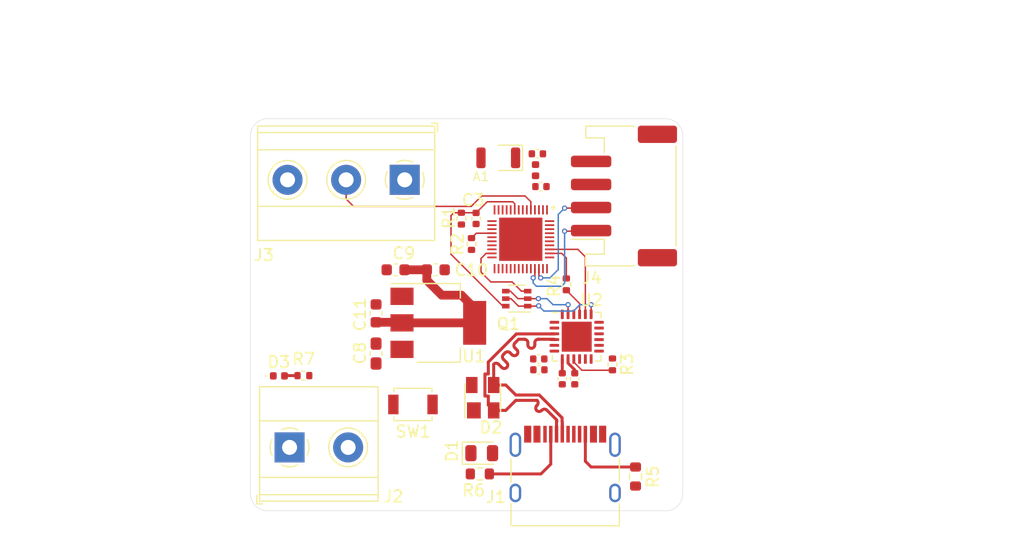
<source format=kicad_pcb>
(kicad_pcb (version 20211014) (generator pcbnew)
  (layers (0 "F.Cu" signal "Front") (1 "In1.Cu" power) (2 "In2.Cu" power) (31 "B.Cu" signal "Back") (34 "B.Paste" user) (35 "F.Paste" user) (36 "B.SilkS" user "B.Silkscreen") (37 "F.SilkS" user "F.Silkscreen") (38 "B.Mask" user) (39 "F.Mask" user) (44 "Edge.Cuts" user))
  (net 0 "")
  (net 1 "Net-(A1-Pad1)")
  (net 3 "GND")
  (net 4 "/ESP32-U4WDH/ANTENNA")
  (net 5 "EN")
  (net 6 "+3.3VA")
  (net 7 "HIGH_POWER_5V")
  (net 8 "Net-(D1-Pad2)")
  (net 9 "D-")
  (net 10 "D+")
  (net 11 "Net-(D3-Pad2)")
  (net 12 "GPIO36")
  (net 24 "Net-(IC1-Pad18)")
  (net 28 "GPIO0")
  (net 40 "SCL")
  (net 41 "SDA")
  (net 44 "U0RXD")
  (net 45 "U0TXD")
  (net 51 "Net-(J1-PadB5)")
  (net 53 "Net-(J1-PadA5)")
  (net 55 "/USB to UART /RTS")
  (net 56 "/USB to UART /DTR")
  (net 57 "Net-(R3-Pad2)")
  (net 58 "Net-(R4-Pad1)")
  (footprint "TerminalBlock_Phoenix:TerminalBlock_Phoenix_MKDS-1,5-2-5.08_1x02_P5.08mm_Horizontal" (layer "F.Cu") (at 121.4 102.5)
    (fp_text reference "J2" (at 9.01 4.25 180) (layer "F.SilkS"))
    (fp_text value "Screw_Terminal_01x02")
    (fp_line (start 4.046 1.239) (end 4.011 1.274) (layer "F.SilkS") (width 0.12))
    (fp_line (start 7.68 -5.261) (end 7.68 4.66) (layer "F.SilkS") (width 0.12))
    (fp_line (start 6.15 -1.275) (end 6.115 -1.239) (layer "F.SilkS") (width 0.12))
    (fp_line (start 6.355 -1.069) (end 6.308 -1.023) (layer "F.SilkS") (width 0.12))
    (fp_line (start -2.6 4.1) (end 7.68 4.1) (layer "F.SilkS") (width 0.12))
    (fp_line (start -2.84 4.9) (end -2.34 4.9) (layer "F.SilkS") (width 0.12))
    (fp_line (start -2.84 4.16) (end -2.84 4.9) (layer "F.SilkS") (width 0.12))
    (fp_line (start -2.6 -5.261) (end -2.6 4.66) (layer "F.SilkS") (width 0.12))
    (fp_line (start -2.6 4.66) (end 7.68 4.66) (layer "F.SilkS") (width 0.12))
    (fp_line (start 3.853 1.023) (end 3.806 1.069) (layer "F.SilkS") (width 0.12))
    (fp_line (start -2.6 -5.261) (end 7.68 -5.261) (layer "F.SilkS") (width 0.12))
    (fp_line (start -2.6 2.6) (end 7.68 2.6) (layer "F.SilkS") (width 0.12))
    (fp_line (start -2.6 -2.301) (end 7.68 -2.301) (layer "F.SilkS") (width 0.12))
    (fp_arc (start 0.028805 1.680253) (mid -0.335551 1.646659) (end -0.684 1.535) (layer "F.SilkS") (width 0.12))
    (fp_arc (start -0.683042 -1.535427) (mid 0.000524 -1.680501) (end 0.684 -1.535) (layer "F.SilkS") (width 0.12))
    (fp_arc (start -1.535427 0.683042) (mid -1.680501 -0.000524) (end -1.535 -0.684) (layer "F.SilkS") (width 0.12))
    (fp_arc (start 1.535427 -0.683042) (mid 1.680501 0.000524) (end 1.535 0.684) (layer "F.SilkS") (width 0.12))
    (fp_arc (start 0.683318 1.534756) (mid 0.349292 1.643288) (end 0 1.68) (layer "F.SilkS") (width 0.12))
    (fp_circle (center 5.08 0) (end 6.76 0) (layer "F.SilkS") (width 0.12) (fill none))
    (pad "1" thru_hole rect locked (at 0 0) (size 2.6 2.6) (drill 1.3) (layers *.Cu *.Mask) (net 3 "GND"))
    (pad "2" thru_hole circle locked (at 5.08 0) (size 2.6 2.6) (drill 1.3) (layers *.Cu *.Mask) (net 7 "HIGH_POWER_5V"))
  )
  (footprint "Capacitor_SMD:C_0402_1005Metric" (layer "F.Cu") (at 142.89 77.04)
    (fp_text reference "C1" hide)
    (fp_text value "8pF")
    (fp_line (start -0.107836 0.36) (end 0.107836 0.36) (layer "F.SilkS") (width 0.12))
    (fp_line (start -0.107836 -0.36) (end 0.107836 -0.36) (layer "F.SilkS") (width 0.12))
    (pad "1" smd roundrect locked (at -0.48 0) (size 0.56 0.62) (layers "F.Cu" "F.Paste" "F.Mask") (net 1 "Net-(A1-Pad1)"))
    (pad "2" smd roundrect locked (at 0.48 0) (size 0.56 0.62) (layers "F.Cu" "F.Paste" "F.Mask") (net 3 "GND"))
  )
  (footprint "Capacitor_SMD:C_0402_1005Metric" (layer "F.Cu") (at 146.13 96.55 -90)
    (fp_text reference "C5" hide)
    (fp_text value "4.7uF")
    (fp_line (start -0.107836 -0.36) (end 0.107836 -0.36) (layer "F.SilkS") (width 0.12))
    (fp_line (start -0.107836 0.36) (end 0.107836 0.36) (layer "F.SilkS") (width 0.12))
    (pad "1" smd roundrect locked (at -0.48 0 270) (size 0.56 0.62) (layers "F.Cu" "F.Paste" "F.Mask") (net 6 "+3.3VA"))
    (pad "2" smd roundrect locked (at 0.48 0 270) (size 0.56 0.62) (layers "F.Cu" "F.Paste" "F.Mask") (net 3 "GND"))
  )
  (footprint "Package_DFN_QFN:QFN-24-1EP_4x4mm_P0.5mm_EP2.6x2.6mm" (layer "F.Cu") (at 146.3 92.9)
    (fp_text reference "U2" (at 1.276067 -3.176059 180) (layer "F.SilkS"))
    (fp_text value "CP2102N-Axx-xQFN24")
    (fp_line (start -1.635 2.11) (end -2.11 2.11) (layer "F.SilkS") (width 0.12))
    (fp_line (start 1.635 -2.11) (end 2.11 -2.11) (layer "F.SilkS") (width 0.12))
    (fp_line (start 1.635 2.11) (end 2.11 2.11) (layer "F.SilkS") (width 0.12))
    (fp_line (start -1.635 -2.11) (end -2.11 -2.11) (layer "F.SilkS") (width 0.12))
    (fp_line (start -2.11 2.11) (end -2.11 1.635) (layer "F.SilkS") (width 0.12))
    (fp_line (start 2.11 -2.11) (end 2.11 -1.635) (layer "F.SilkS") (width 0.12))
    (fp_line (start 2.11 2.11) (end 2.11 1.635) (layer "F.SilkS") (width 0.12))
    (pad "1" smd roundrect locked (at -1.9375 -1.25) (size 0.825 0.25) (layers "F.Cu" "F.Paste" "F.Mask"))
    (pad "2" smd roundrect locked (at -1.9375 -0.75) (size 0.825 0.25) (layers "F.Cu" "F.Paste" "F.Mask") (net 3 "GND"))
    (pad "3" smd roundrect locked (at -1.9375 -0.25) (size 0.825 0.25) (layers "F.Cu" "F.Paste" "F.Mask") (net 10 "D+"))
    (pad "4" smd roundrect locked (at -1.9375 0.25) (size 0.825 0.25) (layers "F.Cu" "F.Paste" "F.Mask") (net 9 "D-"))
    (pad "5" smd roundrect locked (at -1.9375 0.75) (size 0.825 0.25) (layers "F.Cu" "F.Paste" "F.Mask") (net 6 "+3.3VA"))
    (pad "6" smd roundrect locked (at -1.9375 1.25) (size 0.825 0.25) (layers "F.Cu" "F.Paste" "F.Mask") (net 6 "+3.3VA"))
    (pad "7" smd roundrect locked (at -1.25 1.9375) (size 0.25 0.825) (layers "F.Cu" "F.Paste" "F.Mask") (net 6 "+3.3VA"))
    (pad "8" smd roundrect locked (at -0.75 1.9375) (size 0.25 0.825) (layers "F.Cu" "F.Paste" "F.Mask") (net 6 "+3.3VA"))
    (pad "9" smd roundrect locked (at -0.25 1.9375) (size 0.25 0.825) (layers "F.Cu" "F.Paste" "F.Mask") (net 57 "Net-(R3-Pad2)"))
    (pad "10" smd roundrect locked (at 0.25 1.9375) (size 0.25 0.825) (layers "F.Cu" "F.Paste" "F.Mask"))
    (pad "11" smd roundrect locked (at 0.75 1.9375) (size 0.25 0.825) (layers "F.Cu" "F.Paste" "F.Mask"))
    (pad "12" smd roundrect locked (at 1.25 1.9375) (size 0.25 0.825) (layers "F.Cu" "F.Paste" "F.Mask"))
    (pad "13" smd roundrect locked (at 1.9375 1.25) (size 0.825 0.25) (layers "F.Cu" "F.Paste" "F.Mask"))
    (pad "14" smd roundrect locked (at 1.9375 0.75) (size 0.825 0.25) (layers "F.Cu" "F.Paste" "F.Mask"))
    (pad "15" smd roundrect locked (at 1.9375 0.25) (size 0.825 0.25) (layers "F.Cu" "F.Paste" "F.Mask"))
    (pad "16" smd roundrect locked (at 1.9375 -0.25) (size 0.825 0.25) (layers "F.Cu" "F.Paste" "F.Mask"))
    (pad "17" smd roundrect locked (at 1.9375 -0.75) (size 0.825 0.25) (layers "F.Cu" "F.Paste" "F.Mask"))
    (pad "18" smd roundrect locked (at 1.9375 -1.25) (size 0.825 0.25) (layers "F.Cu" "F.Paste" "F.Mask"))
    (pad "19" smd roundrect locked (at 1.25 -1.9375) (size 0.25 0.825) (layers "F.Cu" "F.Paste" "F.Mask") (net 55 "/USB to UART /RTS"))
    (pad "20" smd roundrect locked (at 0.75 -1.9375) (size 0.25 0.825) (layers "F.Cu" "F.Paste" "F.Mask") (net 45 "U0TXD"))
    (pad "21" smd roundrect locked (at 0.25 -1.9375) (size 0.25 0.825) (layers "F.Cu" "F.Paste" "F.Mask") (net 58 "Net-(R4-Pad1)"))
    (pad "22" smd roundrect locked (at -0.25 -1.9375) (size 0.25 0.825) (layers "F.Cu" "F.Paste" "F.Mask"))
    (pad "23" smd roundrect locked (at -0.75 -1.9375) (size 0.25 0.825) (layers "F.Cu" "F.Paste" "F.Mask") (net 56 "/USB to UART /DTR"))
    (pad "24" smd roundrect locked (at -1.25 -1.9375) (size 0.25 0.825) (layers "F.Cu" "F.Paste" "F.Mask"))
    (pad "25" smd rect locked (at 0 0) (size 2.6 2.6) (layers "F.Cu" "F.Mask") (net 3 "GND"))
  )
  (footprint "Button_Switch_SMD:SW_SPST_B3U-1000P" (layer "F.Cu") (at 132.1 98.776059 180)
    (fp_text reference "SW1" (at -0.025 -2.35) (layer "F.SilkS"))
    (fp_text value "SW_Push")
    (fp_line (start -1.65 -1.1) (end -1.65 -1.4) (layer "F.SilkS") (width 0.12))
    (fp_line (start 1.65 1.4) (end 1.65 1.1) (layer "F.SilkS") (width 0.12))
    (fp_line (start -1.65 -1.4) (end 1.65 -1.4) (layer "F.SilkS") (width 0.12))
    (fp_line (start -1.65 1.1) (end -1.65 1.4) (layer "F.SilkS") (width 0.12))
    (fp_line (start -1.65 1.4) (end 1.65 1.4) (layer "F.SilkS") (width 0.12))
    (fp_line (start 1.65 -1.4) (end 1.65 -1.1) (layer "F.SilkS") (width 0.12))
    (pad "1" smd rect locked (at -1.7 0 180) (size 0.9 1.7) (layers "F.Cu" "F.Paste" "F.Mask") (net 5 "EN"))
    (pad "2" smd rect locked (at 1.7 0 180) (size 0.9 1.7) (layers "F.Cu" "F.Paste" "F.Mask") (net 3 "GND"))
  )
  (footprint "Capacitor_SMD:C_0603_1608Metric" (layer "F.Cu") (at 130.598933 87.1 180)
    (fp_text reference "C9" (at -0.705 1.435) (layer "F.SilkS"))
    (fp_text value "10uF")
    (fp_line (start -0.14058 -0.51) (end 0.14058 -0.51) (layer "F.SilkS") (width 0.12))
    (fp_line (start -0.14058 0.51) (end 0.14058 0.51) (layer "F.SilkS") (width 0.12))
    (pad "1" smd roundrect locked (at -0.775 0 180) (size 0.9 0.95) (layers "F.Cu" "F.Paste" "F.Mask") (net 6 "+3.3VA"))
    (pad "2" smd roundrect locked (at 0.775 0 180) (size 0.9 0.95) (layers "F.Cu" "F.Paste" "F.Mask") (net 3 "GND"))
  )
  (footprint "Package_TO_SOT_SMD:SOT-223-3_TabPin2" (layer "F.Cu") (at 134.3 91.7)
    (fp_text reference "U1" (at 3.1 2.9) (layer "F.SilkS"))
    (fp_text value "AMS1117-3.3")
    (fp_line (start -4.1 -3.41) (end 1.91 -3.41) (layer "F.SilkS") (width 0.12))
    (fp_line (start 1.91 3.41) (end 1.91 2.15) (layer "F.SilkS") (width 0.12))
    (fp_line (start 1.91 -3.41) (end 1.91 -2.15) (layer "F.SilkS") (width 0.12))
    (fp_line (start -1.85 3.41) (end 1.91 3.41) (layer "F.SilkS") (width 0.12))
    (pad "1" smd rect locked (at -3.15 -2.3) (size 2 1.5) (layers "F.Cu" "F.Paste" "F.Mask") (net 3 "GND"))
    (pad "2" smd rect locked (at -3.15 0) (size 2 1.5) (layers "F.Cu" "F.Paste" "F.Mask") (net 6 "+3.3VA"))
    (pad "2" smd rect locked (at 3.15 0) (size 2 3.8) (layers "F.Cu" "F.Paste" "F.Mask") (net 6 "+3.3VA"))
    (pad "3" smd rect locked (at -3.15 2.3) (size 2 1.5) (layers "F.Cu" "F.Paste" "F.Mask") (net 7 "HIGH_POWER_5V"))
  )
  (footprint "Package_TO_SOT_SMD:SOT-143" (layer "F.Cu") (at 138.15 98.19 90)
    (fp_text reference "D2" (at -2.58 0.71) (layer "F.SilkS"))
    (fp_text value "SP0503BAHT")
    (fp_line (start -1.2 1.55) (end 1.2 1.55) (layer "F.SilkS") (width 0.12))
    (fp_line (start 1.2 -1.55) (end -1.75 -1.55) (layer "F.SilkS") (width 0.12))
    (pad "1" smd rect locked (at -1.1 -0.77) (size 1.2 1.4) (layers "F.Cu" "F.Paste" "F.Mask") (net 3 "GND"))
    (pad "2" smd rect locked (at -1.1 0.95) (size 1 1.4) (layers "F.Cu" "F.Paste" "F.Mask") (net 10 "D+"))
    (pad "3" smd rect locked (at 1.1 0.95) (size 1 1.4) (layers "F.Cu" "F.Paste" "F.Mask") (net 9 "D-"))
    (pad "4" smd rect locked (at 1.1 -0.95) (size 1 1.4) (layers "F.Cu" "F.Paste" "F.Mask") (net 7 "HIGH_POWER_5V"))
  )
  (footprint "Resistor_SMD:R_0402_1005Metric" (layer "F.Cu") (at 136.298933 82.661059 90)
    (fp_text reference "R1" (at 0.085 -1.1 270) (layer "F.SilkS"))
    (fp_text value "10K")
    (fp_line (start -0.153641 0.38) (end 0.153641 0.38) (layer "F.SilkS") (width 0.12))
    (fp_line (start -0.153641 -0.38) (end 0.153641 -0.38) (layer "F.SilkS") (width 0.12))
    (pad "1" smd roundrect locked (at -0.51 0 90) (size 0.54 0.64) (layers "F.Cu" "F.Paste" "F.Mask") (net 6 "+3.3VA"))
    (pad "2" smd roundrect locked (at 0.51 0 90) (size 0.54 0.64) (layers "F.Cu" "F.Paste" "F.Mask") (net 5 "EN"))
  )
  (footprint "Connector_JST:JST_PH_S4B-PH-SM4-TB_1x04-1MP_P2.00mm_Horizontal" (layer "F.Cu") (at 150.4 80.7 90)
    (fp_text reference "J4" (at -7.1 -2.8 180) (layer "F.SilkS"))
    (fp_text value "JST-PH-4")
    (fp_line (start 5.04 -1.71) (end 3.76 -1.71) (layer "F.SilkS") (width 0.12))
    (fp_line (start -3.76 -1.71) (end -3.76 -4.6) (layer "F.SilkS") (width 0.12))
    (fp_line (start -4.34 4.51) (end 4.34 4.51) (layer "F.SilkS") (width 0.12))
    (fp_line (start -5.04 -3.31) (end -5.04 -1.71) (layer "F.SilkS") (width 0.12))
    (fp_line (start 6.06 -3.31) (end 5.04 -3.31) (layer "F.SilkS") (width 0.12))
    (fp_line (start 5.04 -3.31) (end 5.04 -1.71) (layer "F.SilkS") (width 0.12))
    (fp_line (start -5.04 -1.71) (end -3.76 -1.71) (layer "F.SilkS") (width 0.12))
    (fp_line (start -6.06 0.94) (end -6.06 -3.31) (layer "F.SilkS") (width 0.12))
    (fp_line (start -6.06 -3.31) (end -5.04 -3.31) (layer "F.SilkS") (width 0.12))
    (fp_line (start 6.06 0.94) (end 6.06 -3.31) (layer "F.SilkS") (width 0.12))
    (pad "1" smd roundrect locked (at -3 -2.85 90) (size 1 3.5) (layers "F.Cu" "F.Paste" "F.Mask") (net 40 "SCL"))
    (pad "2" smd roundrect locked (at -1 -2.85 90) (size 1 3.5) (layers "F.Cu" "F.Paste" "F.Mask") (net 41 "SDA"))
    (pad "3" smd roundrect locked (at 1 -2.85 90) (size 1 3.5) (layers "F.Cu" "F.Paste" "F.Mask") (net 6 "+3.3VA"))
    (pad "4" smd roundrect locked (at 3 -2.85 90) (size 1 3.5) (layers "F.Cu" "F.Paste" "F.Mask") (net 3 "GND"))
    (pad "MP" smd roundrect locked (at 5.35 2.9 90) (size 1.5 3.4) (layers "F.Cu" "F.Paste" "F.Mask") (roundrect_rratio 0.166667))
    (pad "MP" smd roundrect locked (at -5.35 2.9 90) (size 1.5 3.4) (layers "F.Cu" "F.Paste" "F.Mask") (roundrect_rratio 0.166667))
  )
  (footprint "Capacitor_SMD:C_0402_1005Metric" (layer "F.Cu") (at 137.573933 82.646059 -90)
    (fp_text reference "C3" (at -1.595 0.25 180) (layer "F.SilkS"))
    (fp_text value "10uF")
    (fp_line (start -0.107836 -0.36) (end 0.107836 -0.36) (layer "F.SilkS") (width 0.12))
    (fp_line (start -0.107836 0.36) (end 0.107836 0.36) (layer "F.SilkS") (width 0.12))
    (pad "1" smd roundrect locked (at -0.48 0 270) (size 0.56 0.62) (layers "F.Cu" "F.Paste" "F.Mask") (net 5 "EN"))
    (pad "2" smd roundrect locked (at 0.48 0 270) (size 0.56 0.62) (layers "F.Cu" "F.Paste" "F.Mask") (net 3 "GND"))
  )
  (footprint "Connector_USB:USB_C_Receptacle_HRO_TYPE-C-31-M-12" (layer "F.Cu") (at 145.3 105.4)
    (fp_text reference "J1" (at -6 1.4 180) (layer "F.SilkS"))
    (fp_text value "USB_C_Receptacle_USB2.0")
    (fp_line (start 4.7 2) (end 4.7 3.9) (layer "F.SilkS") (width 0.12))
    (fp_line (start 4.7 -1.9) (end 4.7 0.1) (layer "F.SilkS") (width 0.12))
    (fp_line (start -4.7 2) (end -4.7 3.9) (layer "F.SilkS") (width 0.12))
    (fp_line (start -4.7 3.9) (end 4.7 3.9) (layer "F.SilkS") (width 0.12))
    (fp_line (start -4.7 -1.9) (end -4.7 0.1) (layer "F.SilkS") (width 0.12))
    (pad "" np_thru_hole circle locked (at 2.89 -2.6) (size 0.65 0.65) (drill 0.65) (layers *.Cu *.Mask))
    (pad "" np_thru_hole circle locked (at -2.89 -2.6) (size 0.65 0.65) (drill 0.65) (layers *.Cu *.Mask))
    (pad "A1" smd rect locked (at -3.25 -4.045) (size 0.6 1.45) (layers "F.Cu" "F.Paste" "F.Mask") (net 3 "GND"))
    (pad "A4" smd rect locked (at -2.45 -4.045) (size 0.6 1.45) (layers "F.Cu" "F.Paste" "F.Mask") (net 8 "Net-(D1-Pad2)"))
    (pad "A5" smd rect locked (at -1.25 -4.045) (size 0.3 1.45) (layers "F.Cu" "F.Paste" "F.Mask") (net 53 "Net-(J1-PadA5)"))
    (pad "A6" smd rect locked (at -0.25 -4.045) (size 0.3 1.45) (layers "F.Cu" "F.Paste" "F.Mask") (net 9 "D-"))
    (pad "A7" smd rect locked (at 0.25 -4.045) (size 0.3 1.45) (layers "F.Cu" "F.Paste" "F.Mask") (net 10 "D+"))
    (pad "A8" smd rect locked (at 1.25 -4.045) (size 0.3 1.45) (layers "F.Cu" "F.Paste" "F.Mask"))
    (pad "A9" smd rect locked (at 2.45 -4.045) (size 0.6 1.45) (layers "F.Cu" "F.Paste" "F.Mask") (net 8 "Net-(D1-Pad2)"))
    (pad "A12" smd rect locked (at 3.25 -4.045) (size 0.6 1.45) (layers "F.Cu" "F.Paste" "F.Mask") (net 3 "GND"))
    (pad "B1" smd rect locked (at 3.25 -4.045) (size 0.6 1.45) (layers "F.Cu" "F.Paste" "F.Mask") (net 3 "GND"))
    (pad "B4" smd rect locked (at 2.45 -4.045) (size 0.6 1.45) (layers "F.Cu" "F.Paste" "F.Mask") (net 8 "Net-(D1-Pad2)"))
    (pad "B5" smd rect locked (at 1.75 -4.045) (size 0.3 1.45) (layers "F.Cu" "F.Paste" "F.Mask") (net 51 "Net-(J1-PadB5)"))
    (pad "B6" smd rect locked (at 0.75 -4.045) (size 0.3 1.45) (layers "F.Cu" "F.Paste" "F.Mask") (net 9 "D-"))
    (pad "B7" smd rect locked (at -0.75 -4.045) (size 0.3 1.45) (layers "F.Cu" "F.Paste" "F.Mask") (net 10 "D+"))
    (pad "B8" smd rect locked (at -1.75 -4.045) (size 0.3 1.45) (layers "F.Cu" "F.Paste" "F.Mask"))
    (pad "B9" smd rect locked (at -2.45 -4.045) (size 0.6 1.45) (layers "F.Cu" "F.Paste" "F.Mask") (net 8 "Net-(D1-Pad2)"))
    (pad "B12" smd rect locked (at -3.25 -4.045) (size 0.6 1.45) (layers "F.Cu" "F.Paste" "F.Mask") (net 3 "GND"))
    (pad "S1" thru_hole oval locked (at 4.32 1.05) (size 1 1.6) (drill oval 0.6 1.2) (layers *.Cu *.Mask) (net 3 "GND"))
    (pad "S1" thru_hole oval locked (at -4.32 1.05) (size 1 1.6) (drill oval 0.6 1.2) (layers *.Cu *.Mask) (net 3 "GND"))
    (pad "S1" thru_hole oval locked (at -4.32 -3.13) (size 1 2.1) (drill oval 0.6 1.7) (layers *.Cu *.Mask) (net 3 "GND"))
    (pad "S1" thru_hole oval locked (at 4.32 -3.13) (size 1 2.1) (drill oval 0.6 1.7) (layers *.Cu *.Mask) (net 3 "GND"))
  )
  (footprint "Resistor_SMD:R_0402_1005Metric" (layer "F.Cu") (at 137.175 84.86 -90)
    (fp_text reference "R2" (at 0.02 1.21 90) (layer "F.SilkS"))
    (fp_text value "10K(5%)")
    (fp_line (start -0.153641 -0.38) (end 0.153641 -0.38) (layer "F.SilkS") (width 0.12))
    (fp_line (start -0.153641 0.38) (end 0.153641 0.38) (layer "F.SilkS") (width 0.12))
    (pad "1" smd roundrect locked (at -0.51 0 270) (size 0.54 0.64) (layers "F.Cu" "F.Paste" "F.Mask") (net 24 "Net-(IC1-Pad18)"))
    (pad "2" smd roundrect locked (at 0.51 0 270) (size 0.54 0.64) (layers "F.Cu" "F.Paste" "F.Mask") (net 3 "GND"))
  )
  (footprint "ESP32-U4WDH:QFN35P500X500X90-49N-D" (layer "F.Cu") (at 141.448933 84.451059 -90)
    (fp_text reference "IC1" hide)
    (fp_text value "ESP32-U4WDH" hide)
    (fp_circle (center -2.7495 -2.8) (end -2.7495 -2.7125) (layer "F.SilkS") (width 0.175) (fill none))
    (pad "1" smd rect locked (at -2.55 -2.275) (size 0.15 0.8) (layers "F.Cu" "F.Paste" "F.Mask") (net 6 "+3.3VA"))
    (pad "2" smd rect locked (at -2.55 -1.925) (size 0.15 0.8) (layers "F.Cu" "F.Paste" "F.Mask") (net 4 "/ESP32-U4WDH/ANTENNA"))
    (pad "3" smd rect locked (at -2.55 -1.575) (size 0.15 0.8) (layers "F.Cu" "F.Paste" "F.Mask") (net 6 "+3.3VA"))
    (pad "4" smd rect locked (at -2.55 -1.225) (size 0.15 0.8) (layers "F.Cu" "F.Paste" "F.Mask") (net 6 "+3.3VA"))
    (pad "5" smd rect locked (at -2.55 -0.875) (size 0.15 0.8) (layers "F.Cu" "F.Paste" "F.Mask") (net 12 "GPIO36"))
    (pad "6" smd rect locked (at -2.55 -0.525) (size 0.15 0.8) (layers "F.Cu" "F.Paste" "F.Mask"))
    (pad "7" smd rect locked (at -2.55 -0.175) (size 0.15 0.8) (layers "F.Cu" "F.Paste" "F.Mask"))
    (pad "8" smd rect locked (at -2.55 0.175) (size 0.15 0.8) (layers "F.Cu" "F.Paste" "F.Mask"))
    (pad "9" smd rect locked (at -2.55 0.525) (size 0.15 0.8) (layers "F.Cu" "F.Paste" "F.Mask") (net 5 "EN"))
    (pad "10" smd rect locked (at -2.55 0.875) (size 0.15 0.8) (layers "F.Cu" "F.Paste" "F.Mask"))
    (pad "11" smd rect locked (at -2.55 1.225) (size 0.15 0.8) (layers "F.Cu" "F.Paste" "F.Mask"))
    (pad "12" smd rect locked (at -2.55 1.575) (size 0.15 0.8) (layers "F.Cu" "F.Paste" "F.Mask"))
    (pad "13" smd rect locked (at -2.55 1.925) (size 0.15 0.8) (layers "F.Cu" "F.Paste" "F.Mask"))
    (pad "14" smd rect locked (at -2.55 2.275) (size 0.15 0.8) (layers "F.Cu" "F.Paste" "F.Mask"))
    (pad "15" smd rect locked (at -1.575 2.5 270) (size 0.15 0.8) (layers "F.Cu" "F.Paste" "F.Mask"))
    (pad "16" smd rect locked (at -1.225 2.5 270) (size 0.15 0.8) (layers "F.Cu" "F.Paste" "F.Mask"))
    (pad "17" smd rect locked (at -0.875 2.5 270) (size 0.15 0.8) (layers "F.Cu" "F.Paste" "F.Mask"))
    (pad "18" smd rect locked (at -0.525 2.5 270) (size 0.15 0.8) (layers "F.Cu" "F.Paste" "F.Mask") (net 24 "Net-(IC1-Pad18)"))
    (pad "19" smd rect locked (at -0.175 2.5 270) (size 0.15 0.8) (layers "F.Cu" "F.Paste" "F.Mask") (net 6 "+3.3VA"))
    (pad "20" smd rect locked (at 0.175 2.5 270) (size 0.15 0.8) (layers "F.Cu" "F.Paste" "F.Mask"))
    (pad "21" smd rect locked (at 0.525 2.5 270) (size 0.15 0.8) (layers "F.Cu" "F.Paste" "F.Mask"))
    (pad "22" smd rect locked (at 0.875 2.5 270) (size 0.15 0.8) (layers "F.Cu" "F.Paste" "F.Mask"))
    (pad "23" smd rect locked (at 1.225 2.5 270) (size 0.15 0.8) (layers "F.Cu" "F.Paste" "F.Mask") (net 28 "GPIO0"))
    (pad "24" smd rect locked (at 1.575 2.5 270) (size 0.15 0.8) (layers "F.Cu" "F.Paste" "F.Mask"))
    (pad "25" smd rect locked (at 2.55 2.275) (size 0.15 0.8) (layers "F.Cu" "F.Paste" "F.Mask"))
    (pad "26" smd rect locked (at 2.55 1.925) (size 0.15 0.8) (layers "F.Cu" "F.Paste" "F.Mask"))
    (pad "27" smd rect locked (at 2.55 1.575) (size 0.15 0.8) (layers "F.Cu" "F.Paste" "F.Mask"))
    (pad "28" smd rect locked (at 2.55 1.225) (size 0.15 0.8) (layers "F.Cu" "F.Paste" "F.Mask"))
    (pad "29" smd rect locked (at 2.55 0.875) (size 0.15 0.8) (layers "F.Cu" "F.Paste" "F.Mask"))
    (pad "30" smd rect locked (at 2.55 0.525) (size 0.15 0.8) (layers "F.Cu" "F.Paste" "F.Mask"))
    (pad "31" smd rect locked (at 2.55 0.175) (size 0.15 0.8) (layers "F.Cu" "F.Paste" "F.Mask"))
    (pad "32" smd rect locked (at 2.55 -0.175) (size 0.15 0.8) (layers "F.Cu" "F.Paste" "F.Mask"))
    (pad "33" smd rect locked (at 2.55 -0.525) (size 0.15 0.8) (layers "F.Cu" "F.Paste" "F.Mask"))
    (pad "34" smd rect locked (at 2.55 -0.875) (size 0.15 0.8) (layers "F.Cu" "F.Paste" "F.Mask"))
    (pad "35" smd rect locked (at 2.55 -1.225) (size 0.15 0.8) (layers "F.Cu" "F.Paste" "F.Mask") (net 40 "SCL"))
    (pad "36" smd rect locked (at 2.55 -1.575) (size 0.15 0.8) (layers "F.Cu" "F.Paste" "F.Mask") (net 41 "SDA"))
    (pad "37" smd rect locked (at 2.55 -1.925) (size 0.15 0.8) (layers "F.Cu" "F.Paste" "F.Mask") (net 6 "+3.3VA"))
    (pad "38" smd rect locked (at 2.55 -2.275) (size 0.15 0.8) (layers "F.Cu" "F.Paste" "F.Mask"))
    (pad "39" smd rect locked (at 1.575 -2.5 270) (size 0.15 0.8) (layers "F.Cu" "F.Paste" "F.Mask"))
    (pad "40" smd rect locked (at 1.225 -2.5 270) (size 0.15 0.8) (layers "F.Cu" "F.Paste" "F.Mask") (net 44 "U0RXD"))
    (pad "41" smd rect locked (at 0.875 -2.5 270) (size 0.15 0.8) (layers "F.Cu" "F.Paste" "F.Mask") (net 45 "U0TXD"))
    (pad "42" smd rect locked (at 0.525 -2.5 270) (size 0.15 0.8) (layers "F.Cu" "F.Paste" "F.Mask"))
    (pad "43" smd rect locked (at 0.175 -2.5 270) (size 0.15 0.8) (layers "F.Cu" "F.Paste" "F.Mask") (net 6 "+3.3VA"))
    (pad "44" smd rect locked (at -0.175 -2.5 270) (size 0.15 0.8) (layers "F.Cu" "F.Paste" "F.Mask"))
    (pad "45" smd rect locked (at -0.525 -2.5 270) (size 0.15 0.8) (layers "F.Cu" "F.Paste" "F.Mask"))
    (pad "46" smd rect locked (at -0.875 -2.5 270) (size 0.15 0.8) (layers "F.Cu" "F.Paste" "F.Mask") (net 6 "+3.3VA"))
    (pad "47" smd rect locked (at -1.225 -2.5 270) (size 0.15 0.8) (layers "F.Cu" "F.Paste" "F.Mask"))
    (pad "48" smd rect locked (at -1.575 -2.5 270) (size 0.15 0.8) (layers "F.Cu" "F.Paste" "F.Mask"))
    (pad "49" smd rect locked (at 0 0 270) (size 3.75 3.75) (layers "F.Cu" "F.Paste" "F.Mask") (net 3 "GND"))
  )
  (footprint "Capacitor_SMD:C_0603_1608Metric" (layer "F.Cu") (at 134.075 87.1)
    (fp_text reference "C10" (at 3.09 0.02) (layer "F.SilkS"))
    (fp_text value "10uF/6.3V(10%)")
    (fp_line (start -0.14058 -0.51) (end 0.14058 -0.51) (layer "F.SilkS") (width 0.12))
    (fp_line (start -0.14058 0.51) (end 0.14058 0.51) (layer "F.SilkS") (width 0.12))
    (pad "1" smd roundrect locked (at -0.775 0) (size 0.9 0.95) (layers "F.Cu" "F.Paste" "F.Mask") (net 6 "+3.3VA"))
    (pad "2" smd roundrect locked (at 0.775 0) (size 0.9 0.95) (layers "F.Cu" "F.Paste" "F.Mask") (net 3 "GND"))
  )
  (footprint "Capacitor_SMD:C_0603_1608Metric_Pad1.08x0.95mm_HandSolder" (layer "F.Cu") (at 128.9 94.3625 90)
    (fp_text reference "C8" (at 0.0375 -1.395 270) (layer "F.SilkS"))
    (fp_text value "10uF")
    (fp_line (start -0.146267 0.51) (end 0.146267 0.51) (layer "F.SilkS") (width 0.12))
    (fp_line (start -0.146267 -0.51) (end 0.146267 -0.51) (layer "F.SilkS") (width 0.12))
    (pad "1" smd roundrect locked (at -0.8625 0 90) (size 1.075 0.95) (layers "F.Cu" "F.Paste" "F.Mask") (net 7 "HIGH_POWER_5V"))
    (pad "2" smd roundrect locked (at 0.8625 0 90) (size 1.075 0.95) (layers "F.Cu" "F.Paste" "F.Mask") (net 3 "GND"))
  )
  (footprint "Resistor_SMD:R_0603_1608Metric" (layer "F.Cu") (at 137.9 104.8 180)
    (fp_text reference "R6" (at 0.525 -1.425) (layer "F.SilkS"))
    (fp_text value "5.11K")
    (fp_line (start -0.237258 0.5225) (end 0.237258 0.5225) (layer "F.SilkS") (width 0.12))
    (fp_line (start -0.237258 -0.5225) (end 0.237258 -0.5225) (layer "F.SilkS") (width 0.12))
    (pad "1" smd roundrect locked (at -0.825 0 180) (size 0.8 0.95) (layers "F.Cu" "F.Paste" "F.Mask") (net 53 "Net-(J1-PadA5)"))
    (pad "2" smd roundrect locked (at 0.825 0 180) (size 0.8 0.95) (layers "F.Cu" "F.Paste" "F.Mask") (net 3 "GND"))
  )
  (footprint "Capacitor_SMD:C_0402_1005Metric" (layer "F.Cu") (at 145.05 96.55 -90)
    (fp_text reference "C4" hide)
    (fp_text value "4.7uF")
    (fp_line (start -0.107836 0.36) (end 0.107836 0.36) (layer "F.SilkS") (width 0.12))
    (fp_line (start -0.107836 -0.36) (end 0.107836 -0.36) (layer "F.SilkS") (width 0.12))
    (pad "1" smd roundrect locked (at -0.48 0 270) (size 0.56 0.62) (layers "F.Cu" "F.Paste" "F.Mask") (net 6 "+3.3VA"))
    (pad "2" smd roundrect locked (at 0.48 0 270) (size 0.56 0.62) (layers "F.Cu" "F.Paste" "F.Mask") (net 3 "GND"))
  )
  (footprint "Capacitor_SMD:C_0402_1005Metric" (layer "F.Cu") (at 143.01 94.83 180)
    (fp_text reference "C7" hide)
    (fp_text value "0.1uF")
    (fp_line (start -0.107836 -0.36) (end 0.107836 -0.36) (layer "F.SilkS") (width 0.12))
    (fp_line (start -0.107836 0.36) (end 0.107836 0.36) (layer "F.SilkS") (width 0.12))
    (pad "1" smd roundrect locked (at -0.48 0 180) (size 0.56 0.62) (layers "F.Cu" "F.Paste" "F.Mask") (net 6 "+3.3VA"))
    (pad "2" smd roundrect locked (at 0.48 0 180) (size 0.56 0.62) (layers "F.Cu" "F.Paste" "F.Mask") (net 3 "GND"))
  )
  (footprint "Resistor_SMD:R_0603_1608Metric" (layer "F.Cu") (at 151.4 105.025 -90)
    (fp_text reference "R5" (at 0.025 -1.5 90) (layer "F.SilkS"))
    (fp_text value "5.11K")
    (fp_line (start -0.237258 -0.5225) (end 0.237258 -0.5225) (layer "F.SilkS") (width 0.12))
    (fp_line (start -0.237258 0.5225) (end 0.237258 0.5225) (layer "F.SilkS") (width 0.12))
    (pad "1" smd roundrect locked (at -0.825 0 270) (size 0.8 0.95) (layers "F.Cu" "F.Paste" "F.Mask") (net 51 "Net-(J1-PadB5)"))
    (pad "2" smd roundrect locked (at 0.825 0 270) (size 0.8 0.95) (layers "F.Cu" "F.Paste" "F.Mask") (net 3 "GND"))
  )
  (footprint "Capacitor_SMD:C_0402_1005Metric" (layer "F.Cu") (at 143.02 95.77 180)
    (fp_text reference "C6" hide)
    (fp_text value "0.1uF")
    (fp_line (start -0.107836 0.36) (end 0.107836 0.36) (layer "F.SilkS") (width 0.12))
    (fp_line (start -0.107836 -0.36) (end 0.107836 -0.36) (layer "F.SilkS") (width 0.12))
    (pad "1" smd roundrect locked (at -0.48 0 180) (size 0.56 0.62) (layers "F.Cu" "F.Paste" "F.Mask") (net 6 "+3.3VA"))
    (pad "2" smd roundrect locked (at 0.48 0 180) (size 0.56 0.62) (layers "F.Cu" "F.Paste" "F.Mask") (net 3 "GND"))
  )
  (footprint "Resistor_SMD:R_0402_1005Metric" (layer "F.Cu") (at 122.6 96.275 180)
    (fp_text reference "R7" (at -0.0375 1.445) (layer "F.SilkS"))
    (fp_text value "200")
    (fp_line (start -0.153641 -0.38) (end 0.153641 -0.38) (layer "F.SilkS") (width 0.12))
    (fp_line (start -0.153641 0.38) (end 0.153641 0.38) (layer "F.SilkS") (width 0.12))
    (pad "1" smd roundrect locked (at -0.51 0 180) (size 0.54 0.64) (layers "F.Cu" "F.Paste" "F.Mask") (net 7 "HIGH_POWER_5V"))
    (pad "2" smd roundrect locked (at 0.51 0 180) (size 0.54 0.64) (layers "F.Cu" "F.Paste" "F.Mask") (net 11 "Net-(D3-Pad2)"))
  )
  (footprint "Resistor_SMD:R_0402_1005Metric" (layer "F.Cu") (at 149.4 95.3 -90)
    (fp_text reference "R3" (at 0 -1.27 90) (layer "F.SilkS"))
    (fp_text value "2K")
    (fp_line (start -0.153641 -0.38) (end 0.153641 -0.38) (layer "F.SilkS") (width 0.12))
    (fp_line (start -0.153641 0.38) (end 0.153641 0.38) (layer "F.SilkS") (width 0.12))
    (pad "1" smd roundrect locked (at -0.51 0 270) (size 0.54 0.64) (layers "F.Cu" "F.Paste" "F.Mask") (net 6 "+3.3VA"))
    (pad "2" smd roundrect locked (at 0.51 0 270) (size 0.54 0.64) (layers "F.Cu" "F.Paste" "F.Mask") (net 57 "Net-(R3-Pad2)"))
  )
  (footprint "Inductor_SMD:L_0402_1005Metric" (layer "F.Cu") (at 142.73 78.46 -90)
    (fp_text reference "L1" hide)
    (fp_text value "1nH")
    (pad "1" smd roundrect locked (at -0.485 0 270) (size 0.59 0.64) (layers "F.Cu" "F.Paste" "F.Mask") (net 1 "Net-(A1-Pad1)"))
    (pad "2" smd roundrect locked (at 0.485 0 270) (size 0.59 0.64) (layers "F.Cu" "F.Paste" "F.Mask") (net 4 "/ESP32-U4WDH/ANTENNA"))
  )
  (footprint "Capacitor_SMD:C_0603_1608Metric" (layer "F.Cu") (at 128.9 90.875 90)
    (fp_text reference "C11" (at -0.1 -1.4 270) (layer "F.SilkS"))
    (fp_text value "0.1uF/25V(10%)")
    (fp_line (start -0.14058 0.51) (end 0.14058 0.51) (layer "F.SilkS") (width 0.12))
    (fp_line (start -0.14058 -0.51) (end 0.14058 -0.51) (layer "F.SilkS") (width 0.12))
    (pad "1" smd roundrect locked (at -0.775 0 90) (size 0.9 0.95) (layers "F.Cu" "F.Paste" "F.Mask") (net 6 "+3.3VA"))
    (pad "2" smd roundrect locked (at 0.775 0 90) (size 0.9 0.95) (layers "F.Cu" "F.Paste" "F.Mask") (net 3 "GND"))
  )
  (footprint "TerminalBlock_Phoenix:TerminalBlock_Phoenix_MKDS-1,5-3-5.08_1x03_P5.08mm_Horizontal" (layer "F.Cu") (at 131.385 79.295 180)
    (fp_text reference "J3" (at 12.21 -6.53) (layer "F.SilkS"))
    (fp_text value "Screw_Terminal_01x03")
    (fp_line (start -2.6 2.6) (end 12.76 2.6) (layer "F.SilkS") (width 0.12))
    (fp_line (start 4.046 1.239) (end 4.011 1.274) (layer "F.SilkS") (width 0.12))
    (fp_line (start 11.435 -1.069) (end 11.388 -1.023) (layer "F.SilkS") (width 0.12))
    (fp_line (start 8.933 1.023) (end 8.886 1.069) (layer "F.SilkS") (width 0.12))
    (fp_line (start -2.6 -5.261) (end 12.76 -5.261) (layer "F.SilkS") (width 0.12))
    (fp_line (start 9.126 1.239) (end 9.091 1.274) (layer "F.SilkS") (width 0.12))
    (fp_line (start -2.84 4.16) (end -2.84 4.9) (layer "F.SilkS") (width 0.12))
    (fp_line (start -2.6 4.66) (end 12.76 4.66) (layer "F.SilkS") (width 0.12))
    (fp_line (start 6.15 -1.275) (end 6.115 -1.239) (layer "F.SilkS") (width 0.12))
    (fp_line (start -2.6 -2.301) (end 12.76 -2.301) (layer "F.SilkS") (width 0.12))
    (fp_line (start -2.6 4.1) (end 12.76 4.1) (layer "F.SilkS") (width 0.12))
    (fp_line (start 11.23 -1.275) (end 11.195 -1.239) (layer "F.SilkS") (width 0.12))
    (fp_line (start 12.76 -5.261) (end 12.76 4.66) (layer "F.SilkS") (width 0.12))
    (fp_line (start 6.355 -1.069) (end 6.308 -1.023) (layer "F.SilkS") (width 0.12))
    (fp_line (start -2.6 -5.261) (end -2.6 4.66) (layer "F.SilkS") (width 0.12))
    (fp_line (start 3.853 1.023) (end 3.806 1.069) (layer "F.SilkS") (width 0.12))
    (fp_line (start -2.84 4.9) (end -2.34 4.9) (layer "F.SilkS") (width 0.12))
    (fp_arc (start -0.683042 -1.535427) (mid 0.000524 -1.680501) (end 0.684 -1.535) (layer "F.SilkS") (width 0.12))
    (fp_arc (start 0.028805 1.680253) (mid -0.335551 1.646659) (end -0.684 1.535) (layer "F.SilkS") (width 0.12))
    (fp_arc (start -1.535427 0.683042) (mid -1.680501 -0.000524) (end -1.535 -0.684) (layer "F.SilkS") (width 0.12))
    (fp_arc (start 1.535427 -0.683042) (mid 1.680501 0.000524) (end 1.535 0.684) (layer "F.SilkS") (width 0.12))
    (fp_arc (start 0.683318 1.534756) (mid 0.349292 1.643288) (end 0 1.68) (layer "F.SilkS") (width 0.12))
    (fp_circle (center 10.16 0) (end 11.84 0) (layer "F.SilkS") (width 0.12) (fill none))
    (fp_circle (center 5.08 0) (end 6.76 0) (layer "F.SilkS") (width 0.12) (fill none))
    (pad "1" thru_hole rect locked (at 0 0 180) (size 2.6 2.6) (drill 1.3) (layers *.Cu *.Mask) (net 7 "HIGH_POWER_5V"))
    (pad "2" thru_hole circle locked (at 5.08 0 180) (size 2.6 2.6) (drill 1.3) (layers *.Cu *.Mask) (net 12 "GPIO36"))
    (pad "3" thru_hole circle locked (at 10.16 0 180) (size 2.6 2.6) (drill 1.3) (layers *.Cu *.Mask) (net 3 "GND"))
  )
  (footprint "Diode_SMD:D_0805_2012Metric" (layer "F.Cu") (at 138.0625 103)
    (fp_text reference "D1" (at -2.5725 -0.2 90) (layer "F.SilkS"))
    (fp_text value "D_Schottky")
    (fp_line (start 1 -0.96) (end -1.685 -0.96) (layer "F.SilkS") (width 0.12))
    (fp_line (start -1.685 -0.96) (end -1.685 0.96) (layer "F.SilkS") (width 0.12))
    (fp_line (start -1.685 0.96) (end 1 0.96) (layer "F.SilkS") (width 0.12))
    (pad "1" smd roundrect locked (at -0.9375 0) (size 0.975 1.4) (layers "F.Cu" "F.Paste" "F.Mask") (net 7 "HIGH_POWER_5V"))
    (pad "2" smd roundrect locked (at 0.9375 0) (size 0.975 1.4) (layers "F.Cu" "F.Paste" "F.Mask") (net 8 "Net-(D1-Pad2)"))
  )
  (footprint "Resistor_SMD:R_0402_1005Metric" (layer "F.Cu") (at 145.4 88.36 90)
    (fp_text reference "R4" (at -0.135 -1.075 90) (layer "F.SilkS"))
    (fp_text value "499R(1%)")
    (fp_line (start -0.153641 -0.38) (end 0.153641 -0.38) (layer "F.SilkS") (width 0.12))
    (fp_line (start -0.153641 0.38) (end 0.153641 0.38) (layer "F.SilkS") (width 0.12))
    (pad "1" smd roundrect locked (at -0.51 0 90) (size 0.54 0.64) (layers "F.Cu" "F.Paste" "F.Mask") (net 58 "Net-(R4-Pad1)"))
    (pad "2" smd roundrect locked (at 0.51 0 90) (size 0.54 0.64) (layers "F.Cu" "F.Paste" "F.Mask") (net 44 "U0RXD"))
  )
  (footprint "LED_SMD:LED_0402_1005Metric" (layer "F.Cu") (at 120.475 96.3)
    (fp_text reference "D3" (at 0 -1.2) (layer "F.SilkS"))
    (fp_text value "LED")
    (fp_circle (center -1.09 0) (end -1.04 0) (layer "F.SilkS") (width 0.1) (fill none))
    (pad "1" smd roundrect locked (at -0.485 0) (size 0.59 0.64) (layers "F.Cu" "F.Paste" "F.Mask") (net 3 "GND"))
    (pad "2" smd roundrect locked (at 0.485 0) (size 0.59 0.64) (layers "F.Cu" "F.Paste" "F.Mask") (net 11 "Net-(D3-Pad2)"))
  )
  (footprint "Capacitor_SMD:C_0402_1005Metric" (layer "F.Cu") (at 143.2 79.88)
    (fp_text reference "C2" hide)
    (fp_text value "10pF")
    (fp_line (start -0.107836 -0.36) (end 0.107836 -0.36) (layer "F.SilkS") (width 0.12))
    (fp_line (start -0.107836 0.36) (end 0.107836 0.36) (layer "F.SilkS") (width 0.12))
    (pad "1" smd roundrect locked (at -0.48 0) (size 0.56 0.62) (layers "F.Cu" "F.Paste" "F.Mask") (net 4 "/ESP32-U4WDH/ANTENNA"))
    (pad "2" smd roundrect locked (at 0.48 0) (size 0.56 0.62) (layers "F.Cu" "F.Paste" "F.Mask") (net 3 "GND"))
  )
  (footprint "RF_Antenna:YAGEO_ANT3216LL00R2300A" (layer "F.Cu") (at 139.5 77.39 180)
    (fp_text reference "A1" (at 1.5 -1.61 unlocked) (layer "F.SilkS") (effects (font (size 0.8 0.8) (thickness 0.1))))
    (fp_text value "YAGEO_ANT3216LL00R2300A")
    (fp_line (start -2.1 -1.1) (end 0 -1.1) (layer "F.SilkS") (width 0.12))
    (fp_line (start -2.1 1.1) (end 0 1.1) (layer "F.SilkS") (width 0.12))
    (fp_line (start -2.1 -1.1) (end -2.1 1.1) (layer "F.SilkS") (width 0.12))
    (pad "1" smd roundrect (at -1.5 0 180) (size 0.8 1.8) (layers "F.Cu" "F.Paste" "F.Mask") (net 1 "Net-(A1-Pad1)"))
    (pad "2" smd roundrect (at 1.5 0 180) (size 0.8 1.8) (layers "F.Cu" "F.Paste" "F.Mask"))
  )
  (footprint "Package_TO_SOT_SMD:SOT-363_SC-70-6" (layer "F.Cu") (at 141.1 89.6 180)
    (fp_text reference "Q1" (at 0.73 -2.19 180) (layer "F.SilkS"))
    (fp_text value "MUN5211DW1")
    (fp_line (start 0.7 -1.16) (end -1.2 -1.16) (layer "F.SilkS") (width 0.12))
    (fp_line (start -0.7 1.16) (end 0.7 1.16) (layer "F.SilkS") (width 0.12))
    (pad "1" smd rect locked (at -0.95 -0.65 180) (size 0.65 0.4) (layers "F.Cu" "F.Paste" "F.Mask") (net 55 "/USB to UART /RTS"))
    (pad "2" smd rect locked (at -0.95 0 180) (size 0.65 0.4) (layers "F.Cu" "F.Paste" "F.Mask") (net 56 "/USB to UART /DTR"))
    (pad "3" smd rect locked (at -0.95 0.65 180) (size 0.65 0.4) (layers "F.Cu" "F.Paste" "F.Mask") (net 28 "GPIO0"))
    (pad "4" smd rect locked (at 0.95 0.65 180) (size 0.65 0.4) (layers "F.Cu" "F.Paste" "F.Mask") (net 56 "/USB to UART /DTR"))
    (pad "5" smd rect locked (at 0.95 0 180) (size 0.65 0.4) (layers "F.Cu" "F.Paste" "F.Mask") (net 55 "/USB to UART /RTS"))
    (pad "6" smd rect locked (at 0.95 -0.65 180) (size 0.65 0.4) (layers "F.Cu" "F.Paste" "F.Mask") (net 5 "EN"))
  )
  (gr_arc (start 154 74) (mid 155.06066 74.43934) (end 155.5 75.5) (layer "Edge.Cuts") (width 0.0381))
  (gr_line (start 118 75.5) (end 118 106.5) (layer "Edge.Cuts") (width 0.0381))
  (gr_line (start 119.5 74) (end 154 74) (layer "Edge.Cuts") (width 0.0381))
  (gr_arc (start 155.5 106.5) (mid 155.06066 107.56066) (end 154 108) (layer "Edge.Cuts") (width 0.0381))
  (gr_arc (start 119.5 108) (mid 118.43934 107.56066) (end 118 106.5) (layer "Edge.Cuts") (width 0.0381))
  (gr_arc (start 118 75.5) (mid 118.43934 74.43934) (end 119.5 74) (layer "Edge.Cuts") (width 0.0381))
  (gr_line (start 119.5 108) (end 154 108) (layer "Edge.Cuts") (width 0.0381))
  (gr_line (start 155.5 106.5) (end 155.5 75.5) (layer "Edge.Cuts") (width 0.0381))
  (segment (start 142.39 77.02) (end 142.41 77.04) (width 0.29337) (layer "F.Cu") (net 1))
  (segment (start 143.38 77.03) (end 143.37 77.04) (width 0.29337) (layer "F.Cu") (net 3))
  (segment (start 143.69 79.87) (end 143.68 79.88) (width 0.29337) (layer "F.Cu") (net 3))
  (segment (start 142.72 78.955) (end 142.73 78.945) (width 0.29337) (layer "F.Cu") (net 4))
  (segment (start 137.573933 82.166059) (end 138.539992 81.2) (width 0.127) (layer "F.Cu") (net 5))
  (segment (start 135.4 82.4) (end 135.4 85.755022) (width 0.127) (layer "F.Cu") (net 5))
  (segment (start 136.298933 82.151059) (end 137.558933 82.151059) (width 0.127) (layer "F.Cu") (net 5))
  (segment (start 135.4 85.755022) (end 139.894978 90.25) (width 0.127) (layer "F.Cu") (net 5))
  (segment (start 135.648941 82.151059) (end 135.4 82.4) (width 0.127) (layer "F.Cu") (net 5))
  (segment (start 137.558933 82.151059) (end 137.573933 82.166059) (width 0.127) (layer "F.Cu") (net 5))
  (segment (start 139.894978 90.25) (end 140.15 90.25) (width 0.127) (layer "F.Cu") (net 5))
  (segment (start 140.75 81.2) (end 140.923933 81.373933) (width 0.127) (layer "F.Cu") (net 5))
  (segment (start 136.298933 82.151059) (end 135.648941 82.151059) (width 0.127) (layer "F.Cu") (net 5))
  (segment (start 140.923933 81.373933) (end 140.923933 81.901059) (width 0.127) (layer "F.Cu") (net 5))
  (segment (start 138.539992 81.2) (end 140.75 81.2) (width 0.127) (layer "F.Cu") (net 5))
  (segment (start 137.45 90.45) (end 136.3 89.3) (width 0.762) (layer "F.Cu") (net 6))
  (segment (start 131.1 91.65) (end 131.15 91.7) (width 0.762) (layer "F.Cu") (net 6))
  (segment (start 145.55 95.196919) (end 145.55 94.8375) (width 0.254) (layer "F.Cu") (net 6))
  (segment (start 128.9 91.65) (end 131.1 91.65) (width 0.762) (layer "F.Cu") (net 6))
  (segment (start 133.3 87.1) (end 131.373933 87.1) (width 0.762) (layer "F.Cu") (net 6))
  (segment (start 146.13 96.07) (end 146.13 95.776919) (width 0.254) (layer "F.Cu") (net 6))
  (segment (start 145.05 94.8375) (end 145.05 96.07) (width 0.254) (layer "F.Cu") (net 6))
  (segment (start 137.45 91.7) (end 137.45 90.45) (width 0.762) (layer "F.Cu") (net 6))
  (segment (start 146.13 95.776919) (end 145.55 95.196919) (width 0.254) (layer "F.Cu") (net 6))
  (segment (start 134.6 89.3) (end 133.3 88) (width 0.762) (layer "F.Cu") (net 6))
  (segment (start 133.3 88) (end 133.3 87.1) (width 0.762) (layer "F.Cu") (net 6))
  (segment (start 137.45 91.7) (end 131.15 91.7) (width 0.762) (layer "F.Cu") (net 6))
  (segment (start 136.3 89.3) (end 134.6 89.3) (width 0.762) (layer "F.Cu") (net 6))
  (segment (start 142.066164 93.422156) (end 142.066164 93.607143) (width 0.261112) (layer "F.Cu") (net 9))
  (segment (start 143.016164 93.122156) (end 144.356925 93.122156) (width 0.261112) (layer "F.Cu") (net 9))
  (segment (start 145.05 101.355) (end 145.05 100.267499) (width 0.261112) (layer "F.Cu") (net 9))
  (segment (start 142.966164 93.122156) (end 143.016164 93.122156) (width 0.261112) (layer "F.Cu") (net 9))
  (segment (start 145.05 101.355) (end 145.05 100.465866) (width 0.261112) (layer "F.Cu") (net 9))
  (segment (start 140.150001 97.09) (end 139.1 97.09) (width 0.261112) (layer "F.Cu") (net 9))
  (segment (start 139.948527 94.43979) (end 139.948528 94.439791) (width 0.261112) (layer "F.Cu") (net 9))
  (segment (start 145.032156 99.933836) (end 143.056164 97.957844) (width 0.261112) (layer "F.Cu") (net 9))
  (segment (start 140.23137 95.146897) (end 139.948527 94.864054) (width 0.261112) (layer "F.Cu") (net 9))
  (segment (start 141.108848 94.036054) (end 141.108848 94.036055) (width 0.261112) (layer "F.Cu") (net 9))
  (segment (start 141.048754 93.339566) (end 141.266164 93.122156) (width 0.261112) (layer "F.Cu") (net 9))
  (segment (start 142.666164 93.607143) (end 142.666164 93.422156) (width 0.261112) (layer "F.Cu") (net 9))
  (segment (start 145.05 100.267499) (end 145.032156 100.249655) (width 0.261112) (layer "F.Cu") (net 9))
  (segment (start 140.942688 93.445631) (end 141.048754 93.339566) (width 0.261112) (layer "F.Cu") (net 9))
  (segment (start 145.032156 100.249655) (end 145.032156 99.933836) (width 0.261112) (layer "F.Cu") (net 9))
  (segment (start 141.266164 93.122156) (end 141.766164 93.122156) (width 0.261112) (layer "F.Cu") (net 9))
  (segment (start 139.948528 94.439791) (end 140.09416 94.29416) (width 0.261112) (layer "F.Cu") (net 9))
  (segment (start 139.524264 95.28832) (end 139.807106 95.571162) (width 0.261112) (layer "F.Cu") (net 9))
  (segment (start 143.056164 97.957844) (end 141.017845 97.957844) (width 0.261112) (layer "F.Cu") (net 9))
  (segment (start 141.017845 97.957844) (end 140.150001 97.09) (width 0.261112) (layer "F.Cu") (net 9))
  (segment (start 140.23137 95.146896) (end 140.23137 95.146897) (width 0.261112) (layer "F.Cu") (net 9))
  (segment (start 141.108848 94.036055) (end 140.942687 93.869894) (width 0.261112) (layer "F.Cu") (net 9))
  (segment (start 140.942687 93.44563) (end 140.942688 93.445631) (width 0.261112) (layer "F.Cu") (net 9))
  (segment (start 140.518424 94.29416) (end 140.684584 94.46032) (width 0.261112) (layer "F.Cu") (net 9))
  (segment (start 139.1 97.09) (end 139.1 95.28832) (width 0.261112) (layer "F.Cu") (net 9))
  (arc (start 140.684584 94.46032) (mid 140.896716 94.548188) (end 141.108848 94.46032) (width 0.261112) (layer "F.Cu") (net 9))
  (arc (start 140.23137 95.571162) (mid 140.319238 95.359029) (end 140.23137 95.146896) (width 0.261112) (layer "F.Cu") (net 9))
  (arc (start 140.942687 93.869894) (mid 140.854819 93.657762) (end 140.942687 93.44563) (width 0.261112) (layer "F.Cu") (net 9))
  (arc (start 142.066164 93.607143) (mid 142.154032 93.819275) (end 142.366164 93.907143) (width 0.261112) (layer "F.Cu") (net 9))
  (arc (start 139.948527 94.864054) (mid 139.860659 94.651922) (end 139.948527 94.43979) (width 0.261112) (layer "F.Cu") (net 9))
  (arc (start 141.108848 94.46032) (mid 141.196716 94.248187) (end 141.108848 94.036054) (width 0.261112) (layer "F.Cu") (net 9))
  (arc (start 139.1 95.28832) (mid 139.312132 95.200452) (end 139.524264 95.28832) (width 0.261112) (layer "F.Cu") (net 9))
  (arc (start 140.09416 94.29416) (mid 140.306292 94.206292) (end 140.518424 94.29416) (width 0.261112) (layer "F.Cu") (net 9))
  (arc (start 141.766164 93.122156) (mid 141.978296 93.210024) (end 142.066164 93.422156) (width 0.261112) (layer "F.Cu") (net 9))
  (arc (start 139.807106 95.571162) (mid 140.019238 95.65903) (end 140.23137 95.571162) (width 0.261112) (layer "F.Cu") (net 9))
  (arc (start 142.366164 93.907143) (mid 142.578296 93.819275) (end 142.666164 93.607143) (width 0.261112) (layer "F.Cu") (net 9))
  (arc (start 142.666164 93.422156) (mid 142.754032 93.210024) (end 142.966164 93.122156) (width 0.261112) (layer "F.Cu") (net 9))
  (segment (start 140.150001 99.29) (end 141.017845 98.422156) (width 0.261112) (layer "F.Cu") (net 10))
  (segment (start 144.567844 100.126164) (end 144.567844 100.249655) (width 0.261112) (layer "F.Cu") (net 10))
  (segment (start 144.567844 100.249655) (end 144.55 100.267499) (width 0.261112) (layer "F.Cu") (net 10))
  (segment (start 138.635688 98.047067) (end 138.342933 98.047067) (width 0.261112) (layer "F.Cu") (net 10))
  (segment (start 138.342933 98.047067) (end 138.342933 96.132933) (width 0.261112) (layer "F.Cu") (net 10))
  (segment (start 138.635688 98.825688) (end 138.635688 98.047067) (width 0.261112) (layer "F.Cu") (net 10))
  (segment (start 139.1 99.29) (end 140.150001 99.29) (width 0.261112) (layer "F.Cu") (net 10))
  (segment (start 143.258279 99.300504) (end 143.258278 99.300505) (width 0.261112) (layer "F.Cu") (net 10))
  (segment (start 138.635688 95.095992) (end 141.073836 92.657844) (width 0.261112) (layer "F.Cu") (net 10))
  (segment (start 141.017845 98.422156) (end 142.863836 98.422156) (width 0.261112) (layer "F.Cu") (net 10))
  (segment (start 143.712363 99.270683) (end 143.712364 99.270684) (width 0.261112) (layer "F.Cu") (net 10))
  (segment (start 138.342933 96.132933) (end 138.635688 96.132933) (width 0.261112) (layer "F.Cu") (net 10))
  (segment (start 138.635688 96.132933) (end 138.635688 95.095992) (width 0.261112) (layer "F.Cu") (net 10))
  (segment (start 143.712364 99.270684) (end 144.567844 100.126164) (width 0.261112) (layer "F.Cu") (net 10))
  (segment (start 141.073836 92.657844) (end 144.356925 92.657844) (width 0.261112) (layer "F.Cu") (net 10))
  (segment (start 139.1 99.29) (end 138.635688 98.825688) (width 0.261112) (layer "F.Cu") (net 10))
  (segment (start 142.863836 98.84642) (end 142.834014 98.876241) (width 0.261112) (layer "F.Cu") (net 10))
  (segment (start 142.863835 98.846421) (end 142.863836 98.84642) (width 0.261112) (layer "F.Cu") (net 10))
  (segment (start 144.55 100.267499) (end 144.55 101.355) (width 0.261112) (layer "F.Cu") (net 10))
  (segment (start 143.258278 99.300505) (end 143.288099 99.270683) (width 0.261112) (layer "F.Cu") (net 10))
  (arc (start 143.288099 99.270683) (mid 143.500231 99.182815) (end 143.712363 99.270683) (width 0.261112) (layer "F.Cu") (net 10))
  (arc (start 142.834014 98.876241) (mid 142.746146 99.088373) (end 142.834014 99.300505) (width 0.261112) (layer "F.Cu") (net 10))
  (arc (start 142.834014 99.300505) (mid 143.046147 99.388373) (end 143.258279 99.300504) (width 0.261112) (layer "F.Cu") (net 10))
  (arc (start 142.863836 98.422156) (mid 142.951704 98.634289) (end 142.863835 98.846421) (width 0.261112) (layer "F.Cu") (net 10))
  (segment (start 122.09 96.275) (end 120.985 96.275) (width 0.254) (layer "F.Cu") (net 11))
  (segment (start 120.985 96.275) (end 120.96 96.3) (width 0.254) (layer "F.Cu") (net 11))
  (segment (start 126.305 79.295) (end 126.305 80.955) (width 0.127) (layer "F.Cu") (net 12))
  (segment (start 138.05 80.7) (end 141.825 80.7) (width 0.127) (layer "F.Cu") (net 12))
  (segment (start 142.325 81.2) (end 142.323933 81.201067) (width 0.127) (layer "F.Cu") (net 12))
  (segment (start 126.95 81.6) (end 137.15 81.6) (width 0.127) (layer "F.Cu") (net 12))
  (segment (start 142.323933 81.201067) (end 142.323933 81.901059) (width 0.127) (layer "F.Cu") (net 12))
  (segment (start 126.305 80.955) (end 126.95 81.6) (width 0.127) (layer "F.Cu") (net 12))
  (segment (start 141.825 80.7) (end 142.325 81.2) (width 0.127) (layer "F.Cu") (net 12))
  (segment (start 137.15 81.6) (end 138.05 80.7) (width 0.127) (layer "F.Cu") (net 12))
  (segment (start 137.598941 83.926059) (end 138.948933 83.926059) (width 0.127) (layer "F.Cu") (net 24))
  (segment (start 137.175 84.35) (end 137.598941 83.926059) (width 0.127) (layer "F.Cu") (net 24))
  (segment (start 138 86.11997) (end 138.443911 85.676059) (width 0.127) (layer "F.Cu") (net 28))
  (segment (start 140.7 88.15) (end 138.85 88.15) (width 0.127) (layer "F.Cu") (net 28))
  (segment (start 141.5 88.95) (end 140.7 88.15) (width 0.127) (layer "F.Cu") (net 28))
  (segment (start 142.05 88.95) (end 141.5 88.95) (width 0.127) (layer "F.Cu") (net 28))
  (segment (start 138 87.3) (end 138 86.11997) (width 0.127) (layer "F.Cu") (net 28))
  (segment (start 138.443911 85.676059) (end 138.948933 85.676059) (width 0.127) (layer "F.Cu") (net 28))
  (segment (start 138.85 88.15) (end 138 87.3) (width 0.127) (layer "F.Cu") (net 28))
  (segment (start 142.525 87.8) (end 142.673933 87.651067) (width 0.127) (layer "F.Cu") (net 40))
  (segment (start 147.5 83.75) (end 147.55 83.7) (width 0.127) (layer "F.Cu") (net 40))
  (segment (start 142.673933 87.651067) (end 142.673933 87.001059) (width 0.127) (layer "F.Cu") (net 40))
  (segment (start 145.25 83.75) (end 147.5 83.75) (width 0.127) (layer "F.Cu") (net 40))
  (via (at 142.525 87.8) (size 0.45) (drill 0.25) (layers "F.Cu" "B.Cu") (net 40))
  (via (at 145.25 83.75) (size 0.45) (drill 0.25) (layers "F.Cu" "B.Cu") (net 40))
  (segment (start 142.8 88.525) (end 144.975 88.525) (width 0.127) (layer "B.Cu") (net 40))
  (segment (start 145.25 88.25) (end 145.25 83.75) (width 0.127) (layer "B.Cu") (net 40))
  (segment (start 142.525 88.25) (end 142.8 88.525) (width 0.127) (layer "B.Cu") (net 40))
  (segment (start 144.975 88.525) (end 145.25 88.25) (width 0.127) (layer "B.Cu") (net 40))
  (segment (start 142.525 87.8) (end 142.525 88.25) (width 0.127) (layer "B.Cu") (net 40))
  (segment (start 143.175 87.8) (end 143.023933 87.648933) (width 0.127) (layer "F.Cu") (net 41))
  (segment (start 145.25 81.75) (end 147.5 81.75) (width 0.127) (layer "F.Cu") (net 41))
  (segment (start 147.5 81.75) (end 147.55 81.7) (width 0.127) (layer "F.Cu") (net 41))
  (segment (start 143.023933 87.648933) (end 143.023933 87.001059) (width 0.127) (layer "F.Cu") (net 41))
  (via (at 143.175 87.8) (size 0.45) (drill 0.25) (layers "F.Cu" "B.Cu") (net 41))
  (via (at 145.25 81.75) (size 0.45) (drill 0.25) (layers "F.Cu" "B.Cu") (net 41))
  (segment (start 143.975 87.8) (end 144.7 87.075) (width 0.127) (layer "B.Cu") (net 41))
  (segment (start 144.7 87.075) (end 144.7 82.3) (width 0.127) (layer "B.Cu") (net 41))
  (segment (start 144.7 82.3) (end 145.25 81.75) (width 0.127) (layer "B.Cu") (net 41))
  (segment (start 143.175 87.8) (end 143.975 87.8) (width 0.127) (layer "B.Cu") (net 41))
  (segment (start 145.4 87.85) (end 145.4 86.075) (width 0.127) (layer "F.Cu") (net 44))
  (segment (start 145.001059 85.676059) (end 143.948933 85.676059) (width 0.127) (layer "F.Cu") (net 44))
  (segment (start 145.4 86.075) (end 145.001059 85.676059) (width 0.127) (layer "F.Cu") (net 44))
  (segment (start 143.948933 85.326059) (end 146.401059 85.326059) (width 0.127) (layer "F.Cu") (net 45))
  (segment (start 146.401059 85.326059) (end 147.05 85.975) (width 0.127) (layer "F.Cu") (net 45))
  (segment (start 147.05 85.975) (end 147.05 90.9625) (width 0.127) (layer "F.Cu") (net 45))
  (segment (start 147.05 101.355) (end 147.05 103.7) (width 0.254) (layer "F.Cu") (net 51))
  (segment (start 147.05 103.7) (end 147.55 104.2) (width 0.254) (layer "F.Cu") (net 51))
  (segment (start 147.55 104.2) (end 151.4 104.2) (width 0.254) (layer "F.Cu") (net 51))
  (segment (start 143.2 104.8) (end 144.05 103.95) (width 0.254) (layer "F.Cu") (net 53))
  (segment (start 138.725 104.8) (end 143.2 104.8) (width 0.254) (layer "F.Cu") (net 53))
  (segment (start 144.05 103.95) (end 144.05 101.355) (width 0.254) (layer "F.Cu") (net 53))
  (segment (start 142.05 90.25) (end 142.975 90.25) (width 0.127) (layer "F.Cu") (net 55))
  (segment (start 147.55 90.9625) (end 147.55 90.125) (width 0.127) (layer "F.Cu") (net 55))
  (segment (start 140.15 89.6) (end 140.6 89.6) (width 0.127) (layer "F.Cu") (net 55))
  (segment (start 141.25 90.25) (end 142.05 90.25) (width 0.127) (layer "F.Cu") (net 55))
  (segment (start 140.6 89.6) (end 141.25 90.25) (width 0.127) (layer "F.Cu") (net 55))
  (segment (start 142.975 90.25) (end 143 90.225) (width 0.127) (layer "F.Cu") (net 55))
  (via (at 143 90.225) (size 0.45) (drill 0.25) (layers "F.Cu" "B.Cu") (net 55))
  (via (at 147.55 90.125) (size 0.45) (drill 0.25) (layers "F.Cu" "B.Cu") (net 55))
  (segment (start 143.45 90.675) (end 146.025 90.675) (width 0.127) (layer "B.Cu") (net 55))
  (segment (start 143 90.225) (end 143.45 90.675) (width 0.127) (layer "B.Cu") (net 55))
  (segment (start 146.575 90.125) (end 147.55 90.125) (width 0.127) (layer "B.Cu") (net 55))
  (segment (start 146.025 90.675) (end 146.575 90.125) (width 0.127) (layer "B.Cu") (net 55))
  (segment (start 141.2 89.6) (end 142.05 89.6) (width 0.127) (layer "F.Cu") (net 56))
  (segment (start 142.05 89.6) (end 142.975 89.6) (width 0.127) (layer "F.Cu") (net 56))
  (segment (start 140.15 88.95) (end 140.55 88.95) (width 0.127) (layer "F.Cu") (net 56))
  (segment (start 145.55 90.9625) (end 145.55 90.125) (width 0.127) (layer "F.Cu") (net 56))
  (segment (start 140.55 88.95) (end 141.2 89.6) (width 0.127) (layer "F.Cu") (net 56))
  (via (at 145.55 90.125) (size 0.45) (drill 0.25) (layers "F.Cu" "B.Cu") (net 56))
  (via (at 142.975 89.6) (size 0.45) (drill 0.25) (layers "F.Cu" "B.Cu") (net 56))
  (segment (start 145.55 90.125) (end 144.25 90.125) (width 0.127) (layer "B.Cu") (net 56))
  (segment (start 143.725 89.6) (end 142.975 89.6) (width 0.127) (layer "B.Cu") (net 56))
  (segment (start 144.25 90.125) (end 143.725 89.6) (width 0.127) (layer "B.Cu") (net 56))
  (segment (start 146.05 95.107117) (end 146.752883 95.81) (width 0.127) (layer "F.Cu") (net 57))
  (segment (start 146.05 94.8375) (end 146.05 95.107117) (width 0.127) (layer "F.Cu") (net 57))
  (segment (start 146.752883 95.81) (end 149.4 95.81) (width 0.127) (layer "F.Cu") (net 57))
  (segment (start 146.55 90.9625) (end 146.55 90.02) (width 0.127) (layer "F.Cu") (net 58))
  (segment (start 146.55 90.02) (end 145.4 88.87) (width 0.127) (layer "F.Cu") (net 58))
)
</source>
